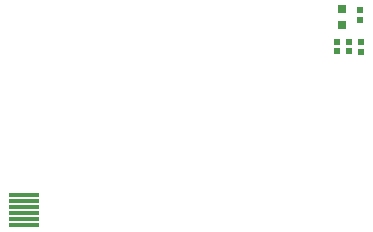
<source format=gbr>
%TF.GenerationSoftware,Altium Limited,Altium Designer,21.8.1 (53)*%
G04 Layer_Color=255*
%FSLAX45Y45*%
%MOMM*%
%TF.SameCoordinates,7374835A-4B4A-4399-96A1-91FF428CB2AC*%
%TF.FilePolarity,Positive*%
%TF.FileFunction,Pads,Top*%
%TF.Part,Single*%
G01*
G75*
%TA.AperFunction,SMDPad,CuDef*%
%ADD13R,2.50000X0.30000*%
%ADD14R,0.52000X0.52000*%
%ADD15R,0.52000X0.50000*%
%ADD16R,0.80000X0.70000*%
D13*
X155000Y300100D02*
D03*
Y250100D02*
D03*
Y200100D02*
D03*
Y150100D02*
D03*
Y100100D02*
D03*
Y50100D02*
D03*
D14*
X2906010Y1597080D02*
D03*
Y1517080D02*
D03*
X2809517Y1597079D02*
D03*
Y1517079D02*
D03*
X3000927Y1786706D02*
D03*
Y1866706D02*
D03*
D15*
X3014227Y1599076D02*
D03*
Y1515079D02*
D03*
D16*
X2852509Y1739210D02*
D03*
Y1874206D02*
D03*
%TF.MD5,3c4589278bc93b2a431e0de9089e9874*%
M02*

</source>
